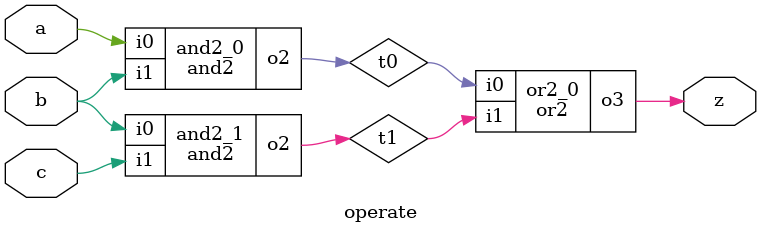
<source format=v>
module and2(input wire i0, i1, output wire o2);
	assign o2 = i0 & i1;
endmodule

module or2(input wire i0, i1, output wire o3);
	assign o3 = i0 | i1;
endmodule


module operate(input wire a,b,c, output wire z);
	wire t0,t1;
	and2 and2_0(a,b,t0);
	and2 and2_1(b,c,t1);
	or2 or2_0(t0,t1,z);
endmodule

</source>
